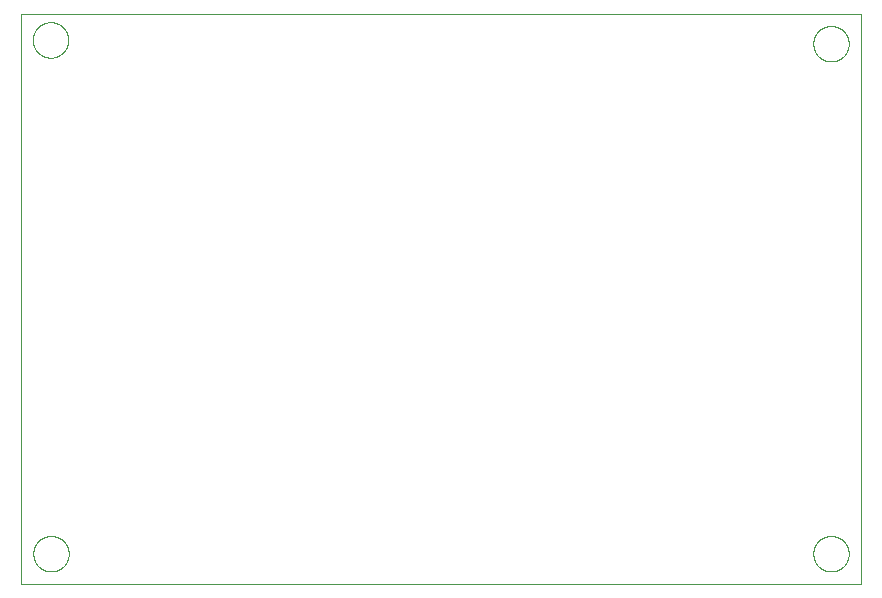
<source format=gbo>
G75*
%MOIN*%
%OFA0B0*%
%FSLAX25Y25*%
%IPPOS*%
%LPD*%
%AMOC8*
5,1,8,0,0,1.08239X$1,22.5*
%
%ADD10C,0.00000*%
D10*
X0001000Y0023933D02*
X0001000Y0213933D01*
X0281000Y0213933D01*
X0281000Y0023933D01*
X0001000Y0023933D01*
X0005094Y0033933D02*
X0005096Y0034086D01*
X0005102Y0034240D01*
X0005112Y0034393D01*
X0005126Y0034545D01*
X0005144Y0034698D01*
X0005166Y0034849D01*
X0005191Y0035000D01*
X0005221Y0035151D01*
X0005255Y0035301D01*
X0005292Y0035449D01*
X0005333Y0035597D01*
X0005378Y0035743D01*
X0005427Y0035889D01*
X0005480Y0036033D01*
X0005536Y0036175D01*
X0005596Y0036316D01*
X0005660Y0036456D01*
X0005727Y0036594D01*
X0005798Y0036730D01*
X0005873Y0036864D01*
X0005950Y0036996D01*
X0006032Y0037126D01*
X0006116Y0037254D01*
X0006204Y0037380D01*
X0006295Y0037503D01*
X0006389Y0037624D01*
X0006487Y0037742D01*
X0006587Y0037858D01*
X0006691Y0037971D01*
X0006797Y0038082D01*
X0006906Y0038190D01*
X0007018Y0038295D01*
X0007132Y0038396D01*
X0007250Y0038495D01*
X0007369Y0038591D01*
X0007491Y0038684D01*
X0007616Y0038773D01*
X0007743Y0038860D01*
X0007872Y0038942D01*
X0008003Y0039022D01*
X0008136Y0039098D01*
X0008271Y0039171D01*
X0008408Y0039240D01*
X0008547Y0039305D01*
X0008687Y0039367D01*
X0008829Y0039425D01*
X0008972Y0039480D01*
X0009117Y0039531D01*
X0009263Y0039578D01*
X0009410Y0039621D01*
X0009558Y0039660D01*
X0009707Y0039696D01*
X0009857Y0039727D01*
X0010008Y0039755D01*
X0010159Y0039779D01*
X0010312Y0039799D01*
X0010464Y0039815D01*
X0010617Y0039827D01*
X0010770Y0039835D01*
X0010923Y0039839D01*
X0011077Y0039839D01*
X0011230Y0039835D01*
X0011383Y0039827D01*
X0011536Y0039815D01*
X0011688Y0039799D01*
X0011841Y0039779D01*
X0011992Y0039755D01*
X0012143Y0039727D01*
X0012293Y0039696D01*
X0012442Y0039660D01*
X0012590Y0039621D01*
X0012737Y0039578D01*
X0012883Y0039531D01*
X0013028Y0039480D01*
X0013171Y0039425D01*
X0013313Y0039367D01*
X0013453Y0039305D01*
X0013592Y0039240D01*
X0013729Y0039171D01*
X0013864Y0039098D01*
X0013997Y0039022D01*
X0014128Y0038942D01*
X0014257Y0038860D01*
X0014384Y0038773D01*
X0014509Y0038684D01*
X0014631Y0038591D01*
X0014750Y0038495D01*
X0014868Y0038396D01*
X0014982Y0038295D01*
X0015094Y0038190D01*
X0015203Y0038082D01*
X0015309Y0037971D01*
X0015413Y0037858D01*
X0015513Y0037742D01*
X0015611Y0037624D01*
X0015705Y0037503D01*
X0015796Y0037380D01*
X0015884Y0037254D01*
X0015968Y0037126D01*
X0016050Y0036996D01*
X0016127Y0036864D01*
X0016202Y0036730D01*
X0016273Y0036594D01*
X0016340Y0036456D01*
X0016404Y0036316D01*
X0016464Y0036175D01*
X0016520Y0036033D01*
X0016573Y0035889D01*
X0016622Y0035743D01*
X0016667Y0035597D01*
X0016708Y0035449D01*
X0016745Y0035301D01*
X0016779Y0035151D01*
X0016809Y0035000D01*
X0016834Y0034849D01*
X0016856Y0034698D01*
X0016874Y0034545D01*
X0016888Y0034393D01*
X0016898Y0034240D01*
X0016904Y0034086D01*
X0016906Y0033933D01*
X0016904Y0033780D01*
X0016898Y0033626D01*
X0016888Y0033473D01*
X0016874Y0033321D01*
X0016856Y0033168D01*
X0016834Y0033017D01*
X0016809Y0032866D01*
X0016779Y0032715D01*
X0016745Y0032565D01*
X0016708Y0032417D01*
X0016667Y0032269D01*
X0016622Y0032123D01*
X0016573Y0031977D01*
X0016520Y0031833D01*
X0016464Y0031691D01*
X0016404Y0031550D01*
X0016340Y0031410D01*
X0016273Y0031272D01*
X0016202Y0031136D01*
X0016127Y0031002D01*
X0016050Y0030870D01*
X0015968Y0030740D01*
X0015884Y0030612D01*
X0015796Y0030486D01*
X0015705Y0030363D01*
X0015611Y0030242D01*
X0015513Y0030124D01*
X0015413Y0030008D01*
X0015309Y0029895D01*
X0015203Y0029784D01*
X0015094Y0029676D01*
X0014982Y0029571D01*
X0014868Y0029470D01*
X0014750Y0029371D01*
X0014631Y0029275D01*
X0014509Y0029182D01*
X0014384Y0029093D01*
X0014257Y0029006D01*
X0014128Y0028924D01*
X0013997Y0028844D01*
X0013864Y0028768D01*
X0013729Y0028695D01*
X0013592Y0028626D01*
X0013453Y0028561D01*
X0013313Y0028499D01*
X0013171Y0028441D01*
X0013028Y0028386D01*
X0012883Y0028335D01*
X0012737Y0028288D01*
X0012590Y0028245D01*
X0012442Y0028206D01*
X0012293Y0028170D01*
X0012143Y0028139D01*
X0011992Y0028111D01*
X0011841Y0028087D01*
X0011688Y0028067D01*
X0011536Y0028051D01*
X0011383Y0028039D01*
X0011230Y0028031D01*
X0011077Y0028027D01*
X0010923Y0028027D01*
X0010770Y0028031D01*
X0010617Y0028039D01*
X0010464Y0028051D01*
X0010312Y0028067D01*
X0010159Y0028087D01*
X0010008Y0028111D01*
X0009857Y0028139D01*
X0009707Y0028170D01*
X0009558Y0028206D01*
X0009410Y0028245D01*
X0009263Y0028288D01*
X0009117Y0028335D01*
X0008972Y0028386D01*
X0008829Y0028441D01*
X0008687Y0028499D01*
X0008547Y0028561D01*
X0008408Y0028626D01*
X0008271Y0028695D01*
X0008136Y0028768D01*
X0008003Y0028844D01*
X0007872Y0028924D01*
X0007743Y0029006D01*
X0007616Y0029093D01*
X0007491Y0029182D01*
X0007369Y0029275D01*
X0007250Y0029371D01*
X0007132Y0029470D01*
X0007018Y0029571D01*
X0006906Y0029676D01*
X0006797Y0029784D01*
X0006691Y0029895D01*
X0006587Y0030008D01*
X0006487Y0030124D01*
X0006389Y0030242D01*
X0006295Y0030363D01*
X0006204Y0030486D01*
X0006116Y0030612D01*
X0006032Y0030740D01*
X0005950Y0030870D01*
X0005873Y0031002D01*
X0005798Y0031136D01*
X0005727Y0031272D01*
X0005660Y0031410D01*
X0005596Y0031550D01*
X0005536Y0031691D01*
X0005480Y0031833D01*
X0005427Y0031977D01*
X0005378Y0032123D01*
X0005333Y0032269D01*
X0005292Y0032417D01*
X0005255Y0032565D01*
X0005221Y0032715D01*
X0005191Y0032866D01*
X0005166Y0033017D01*
X0005144Y0033168D01*
X0005126Y0033321D01*
X0005112Y0033473D01*
X0005102Y0033626D01*
X0005096Y0033780D01*
X0005094Y0033933D01*
X0265094Y0033933D02*
X0265096Y0034086D01*
X0265102Y0034240D01*
X0265112Y0034393D01*
X0265126Y0034545D01*
X0265144Y0034698D01*
X0265166Y0034849D01*
X0265191Y0035000D01*
X0265221Y0035151D01*
X0265255Y0035301D01*
X0265292Y0035449D01*
X0265333Y0035597D01*
X0265378Y0035743D01*
X0265427Y0035889D01*
X0265480Y0036033D01*
X0265536Y0036175D01*
X0265596Y0036316D01*
X0265660Y0036456D01*
X0265727Y0036594D01*
X0265798Y0036730D01*
X0265873Y0036864D01*
X0265950Y0036996D01*
X0266032Y0037126D01*
X0266116Y0037254D01*
X0266204Y0037380D01*
X0266295Y0037503D01*
X0266389Y0037624D01*
X0266487Y0037742D01*
X0266587Y0037858D01*
X0266691Y0037971D01*
X0266797Y0038082D01*
X0266906Y0038190D01*
X0267018Y0038295D01*
X0267132Y0038396D01*
X0267250Y0038495D01*
X0267369Y0038591D01*
X0267491Y0038684D01*
X0267616Y0038773D01*
X0267743Y0038860D01*
X0267872Y0038942D01*
X0268003Y0039022D01*
X0268136Y0039098D01*
X0268271Y0039171D01*
X0268408Y0039240D01*
X0268547Y0039305D01*
X0268687Y0039367D01*
X0268829Y0039425D01*
X0268972Y0039480D01*
X0269117Y0039531D01*
X0269263Y0039578D01*
X0269410Y0039621D01*
X0269558Y0039660D01*
X0269707Y0039696D01*
X0269857Y0039727D01*
X0270008Y0039755D01*
X0270159Y0039779D01*
X0270312Y0039799D01*
X0270464Y0039815D01*
X0270617Y0039827D01*
X0270770Y0039835D01*
X0270923Y0039839D01*
X0271077Y0039839D01*
X0271230Y0039835D01*
X0271383Y0039827D01*
X0271536Y0039815D01*
X0271688Y0039799D01*
X0271841Y0039779D01*
X0271992Y0039755D01*
X0272143Y0039727D01*
X0272293Y0039696D01*
X0272442Y0039660D01*
X0272590Y0039621D01*
X0272737Y0039578D01*
X0272883Y0039531D01*
X0273028Y0039480D01*
X0273171Y0039425D01*
X0273313Y0039367D01*
X0273453Y0039305D01*
X0273592Y0039240D01*
X0273729Y0039171D01*
X0273864Y0039098D01*
X0273997Y0039022D01*
X0274128Y0038942D01*
X0274257Y0038860D01*
X0274384Y0038773D01*
X0274509Y0038684D01*
X0274631Y0038591D01*
X0274750Y0038495D01*
X0274868Y0038396D01*
X0274982Y0038295D01*
X0275094Y0038190D01*
X0275203Y0038082D01*
X0275309Y0037971D01*
X0275413Y0037858D01*
X0275513Y0037742D01*
X0275611Y0037624D01*
X0275705Y0037503D01*
X0275796Y0037380D01*
X0275884Y0037254D01*
X0275968Y0037126D01*
X0276050Y0036996D01*
X0276127Y0036864D01*
X0276202Y0036730D01*
X0276273Y0036594D01*
X0276340Y0036456D01*
X0276404Y0036316D01*
X0276464Y0036175D01*
X0276520Y0036033D01*
X0276573Y0035889D01*
X0276622Y0035743D01*
X0276667Y0035597D01*
X0276708Y0035449D01*
X0276745Y0035301D01*
X0276779Y0035151D01*
X0276809Y0035000D01*
X0276834Y0034849D01*
X0276856Y0034698D01*
X0276874Y0034545D01*
X0276888Y0034393D01*
X0276898Y0034240D01*
X0276904Y0034086D01*
X0276906Y0033933D01*
X0276904Y0033780D01*
X0276898Y0033626D01*
X0276888Y0033473D01*
X0276874Y0033321D01*
X0276856Y0033168D01*
X0276834Y0033017D01*
X0276809Y0032866D01*
X0276779Y0032715D01*
X0276745Y0032565D01*
X0276708Y0032417D01*
X0276667Y0032269D01*
X0276622Y0032123D01*
X0276573Y0031977D01*
X0276520Y0031833D01*
X0276464Y0031691D01*
X0276404Y0031550D01*
X0276340Y0031410D01*
X0276273Y0031272D01*
X0276202Y0031136D01*
X0276127Y0031002D01*
X0276050Y0030870D01*
X0275968Y0030740D01*
X0275884Y0030612D01*
X0275796Y0030486D01*
X0275705Y0030363D01*
X0275611Y0030242D01*
X0275513Y0030124D01*
X0275413Y0030008D01*
X0275309Y0029895D01*
X0275203Y0029784D01*
X0275094Y0029676D01*
X0274982Y0029571D01*
X0274868Y0029470D01*
X0274750Y0029371D01*
X0274631Y0029275D01*
X0274509Y0029182D01*
X0274384Y0029093D01*
X0274257Y0029006D01*
X0274128Y0028924D01*
X0273997Y0028844D01*
X0273864Y0028768D01*
X0273729Y0028695D01*
X0273592Y0028626D01*
X0273453Y0028561D01*
X0273313Y0028499D01*
X0273171Y0028441D01*
X0273028Y0028386D01*
X0272883Y0028335D01*
X0272737Y0028288D01*
X0272590Y0028245D01*
X0272442Y0028206D01*
X0272293Y0028170D01*
X0272143Y0028139D01*
X0271992Y0028111D01*
X0271841Y0028087D01*
X0271688Y0028067D01*
X0271536Y0028051D01*
X0271383Y0028039D01*
X0271230Y0028031D01*
X0271077Y0028027D01*
X0270923Y0028027D01*
X0270770Y0028031D01*
X0270617Y0028039D01*
X0270464Y0028051D01*
X0270312Y0028067D01*
X0270159Y0028087D01*
X0270008Y0028111D01*
X0269857Y0028139D01*
X0269707Y0028170D01*
X0269558Y0028206D01*
X0269410Y0028245D01*
X0269263Y0028288D01*
X0269117Y0028335D01*
X0268972Y0028386D01*
X0268829Y0028441D01*
X0268687Y0028499D01*
X0268547Y0028561D01*
X0268408Y0028626D01*
X0268271Y0028695D01*
X0268136Y0028768D01*
X0268003Y0028844D01*
X0267872Y0028924D01*
X0267743Y0029006D01*
X0267616Y0029093D01*
X0267491Y0029182D01*
X0267369Y0029275D01*
X0267250Y0029371D01*
X0267132Y0029470D01*
X0267018Y0029571D01*
X0266906Y0029676D01*
X0266797Y0029784D01*
X0266691Y0029895D01*
X0266587Y0030008D01*
X0266487Y0030124D01*
X0266389Y0030242D01*
X0266295Y0030363D01*
X0266204Y0030486D01*
X0266116Y0030612D01*
X0266032Y0030740D01*
X0265950Y0030870D01*
X0265873Y0031002D01*
X0265798Y0031136D01*
X0265727Y0031272D01*
X0265660Y0031410D01*
X0265596Y0031550D01*
X0265536Y0031691D01*
X0265480Y0031833D01*
X0265427Y0031977D01*
X0265378Y0032123D01*
X0265333Y0032269D01*
X0265292Y0032417D01*
X0265255Y0032565D01*
X0265221Y0032715D01*
X0265191Y0032866D01*
X0265166Y0033017D01*
X0265144Y0033168D01*
X0265126Y0033321D01*
X0265112Y0033473D01*
X0265102Y0033626D01*
X0265096Y0033780D01*
X0265094Y0033933D01*
X0265094Y0203933D02*
X0265096Y0204086D01*
X0265102Y0204240D01*
X0265112Y0204393D01*
X0265126Y0204545D01*
X0265144Y0204698D01*
X0265166Y0204849D01*
X0265191Y0205000D01*
X0265221Y0205151D01*
X0265255Y0205301D01*
X0265292Y0205449D01*
X0265333Y0205597D01*
X0265378Y0205743D01*
X0265427Y0205889D01*
X0265480Y0206033D01*
X0265536Y0206175D01*
X0265596Y0206316D01*
X0265660Y0206456D01*
X0265727Y0206594D01*
X0265798Y0206730D01*
X0265873Y0206864D01*
X0265950Y0206996D01*
X0266032Y0207126D01*
X0266116Y0207254D01*
X0266204Y0207380D01*
X0266295Y0207503D01*
X0266389Y0207624D01*
X0266487Y0207742D01*
X0266587Y0207858D01*
X0266691Y0207971D01*
X0266797Y0208082D01*
X0266906Y0208190D01*
X0267018Y0208295D01*
X0267132Y0208396D01*
X0267250Y0208495D01*
X0267369Y0208591D01*
X0267491Y0208684D01*
X0267616Y0208773D01*
X0267743Y0208860D01*
X0267872Y0208942D01*
X0268003Y0209022D01*
X0268136Y0209098D01*
X0268271Y0209171D01*
X0268408Y0209240D01*
X0268547Y0209305D01*
X0268687Y0209367D01*
X0268829Y0209425D01*
X0268972Y0209480D01*
X0269117Y0209531D01*
X0269263Y0209578D01*
X0269410Y0209621D01*
X0269558Y0209660D01*
X0269707Y0209696D01*
X0269857Y0209727D01*
X0270008Y0209755D01*
X0270159Y0209779D01*
X0270312Y0209799D01*
X0270464Y0209815D01*
X0270617Y0209827D01*
X0270770Y0209835D01*
X0270923Y0209839D01*
X0271077Y0209839D01*
X0271230Y0209835D01*
X0271383Y0209827D01*
X0271536Y0209815D01*
X0271688Y0209799D01*
X0271841Y0209779D01*
X0271992Y0209755D01*
X0272143Y0209727D01*
X0272293Y0209696D01*
X0272442Y0209660D01*
X0272590Y0209621D01*
X0272737Y0209578D01*
X0272883Y0209531D01*
X0273028Y0209480D01*
X0273171Y0209425D01*
X0273313Y0209367D01*
X0273453Y0209305D01*
X0273592Y0209240D01*
X0273729Y0209171D01*
X0273864Y0209098D01*
X0273997Y0209022D01*
X0274128Y0208942D01*
X0274257Y0208860D01*
X0274384Y0208773D01*
X0274509Y0208684D01*
X0274631Y0208591D01*
X0274750Y0208495D01*
X0274868Y0208396D01*
X0274982Y0208295D01*
X0275094Y0208190D01*
X0275203Y0208082D01*
X0275309Y0207971D01*
X0275413Y0207858D01*
X0275513Y0207742D01*
X0275611Y0207624D01*
X0275705Y0207503D01*
X0275796Y0207380D01*
X0275884Y0207254D01*
X0275968Y0207126D01*
X0276050Y0206996D01*
X0276127Y0206864D01*
X0276202Y0206730D01*
X0276273Y0206594D01*
X0276340Y0206456D01*
X0276404Y0206316D01*
X0276464Y0206175D01*
X0276520Y0206033D01*
X0276573Y0205889D01*
X0276622Y0205743D01*
X0276667Y0205597D01*
X0276708Y0205449D01*
X0276745Y0205301D01*
X0276779Y0205151D01*
X0276809Y0205000D01*
X0276834Y0204849D01*
X0276856Y0204698D01*
X0276874Y0204545D01*
X0276888Y0204393D01*
X0276898Y0204240D01*
X0276904Y0204086D01*
X0276906Y0203933D01*
X0276904Y0203780D01*
X0276898Y0203626D01*
X0276888Y0203473D01*
X0276874Y0203321D01*
X0276856Y0203168D01*
X0276834Y0203017D01*
X0276809Y0202866D01*
X0276779Y0202715D01*
X0276745Y0202565D01*
X0276708Y0202417D01*
X0276667Y0202269D01*
X0276622Y0202123D01*
X0276573Y0201977D01*
X0276520Y0201833D01*
X0276464Y0201691D01*
X0276404Y0201550D01*
X0276340Y0201410D01*
X0276273Y0201272D01*
X0276202Y0201136D01*
X0276127Y0201002D01*
X0276050Y0200870D01*
X0275968Y0200740D01*
X0275884Y0200612D01*
X0275796Y0200486D01*
X0275705Y0200363D01*
X0275611Y0200242D01*
X0275513Y0200124D01*
X0275413Y0200008D01*
X0275309Y0199895D01*
X0275203Y0199784D01*
X0275094Y0199676D01*
X0274982Y0199571D01*
X0274868Y0199470D01*
X0274750Y0199371D01*
X0274631Y0199275D01*
X0274509Y0199182D01*
X0274384Y0199093D01*
X0274257Y0199006D01*
X0274128Y0198924D01*
X0273997Y0198844D01*
X0273864Y0198768D01*
X0273729Y0198695D01*
X0273592Y0198626D01*
X0273453Y0198561D01*
X0273313Y0198499D01*
X0273171Y0198441D01*
X0273028Y0198386D01*
X0272883Y0198335D01*
X0272737Y0198288D01*
X0272590Y0198245D01*
X0272442Y0198206D01*
X0272293Y0198170D01*
X0272143Y0198139D01*
X0271992Y0198111D01*
X0271841Y0198087D01*
X0271688Y0198067D01*
X0271536Y0198051D01*
X0271383Y0198039D01*
X0271230Y0198031D01*
X0271077Y0198027D01*
X0270923Y0198027D01*
X0270770Y0198031D01*
X0270617Y0198039D01*
X0270464Y0198051D01*
X0270312Y0198067D01*
X0270159Y0198087D01*
X0270008Y0198111D01*
X0269857Y0198139D01*
X0269707Y0198170D01*
X0269558Y0198206D01*
X0269410Y0198245D01*
X0269263Y0198288D01*
X0269117Y0198335D01*
X0268972Y0198386D01*
X0268829Y0198441D01*
X0268687Y0198499D01*
X0268547Y0198561D01*
X0268408Y0198626D01*
X0268271Y0198695D01*
X0268136Y0198768D01*
X0268003Y0198844D01*
X0267872Y0198924D01*
X0267743Y0199006D01*
X0267616Y0199093D01*
X0267491Y0199182D01*
X0267369Y0199275D01*
X0267250Y0199371D01*
X0267132Y0199470D01*
X0267018Y0199571D01*
X0266906Y0199676D01*
X0266797Y0199784D01*
X0266691Y0199895D01*
X0266587Y0200008D01*
X0266487Y0200124D01*
X0266389Y0200242D01*
X0266295Y0200363D01*
X0266204Y0200486D01*
X0266116Y0200612D01*
X0266032Y0200740D01*
X0265950Y0200870D01*
X0265873Y0201002D01*
X0265798Y0201136D01*
X0265727Y0201272D01*
X0265660Y0201410D01*
X0265596Y0201550D01*
X0265536Y0201691D01*
X0265480Y0201833D01*
X0265427Y0201977D01*
X0265378Y0202123D01*
X0265333Y0202269D01*
X0265292Y0202417D01*
X0265255Y0202565D01*
X0265221Y0202715D01*
X0265191Y0202866D01*
X0265166Y0203017D01*
X0265144Y0203168D01*
X0265126Y0203321D01*
X0265112Y0203473D01*
X0265102Y0203626D01*
X0265096Y0203780D01*
X0265094Y0203933D01*
X0004937Y0205193D02*
X0004939Y0205346D01*
X0004945Y0205500D01*
X0004955Y0205653D01*
X0004969Y0205805D01*
X0004987Y0205958D01*
X0005009Y0206109D01*
X0005034Y0206260D01*
X0005064Y0206411D01*
X0005098Y0206561D01*
X0005135Y0206709D01*
X0005176Y0206857D01*
X0005221Y0207003D01*
X0005270Y0207149D01*
X0005323Y0207293D01*
X0005379Y0207435D01*
X0005439Y0207576D01*
X0005503Y0207716D01*
X0005570Y0207854D01*
X0005641Y0207990D01*
X0005716Y0208124D01*
X0005793Y0208256D01*
X0005875Y0208386D01*
X0005959Y0208514D01*
X0006047Y0208640D01*
X0006138Y0208763D01*
X0006232Y0208884D01*
X0006330Y0209002D01*
X0006430Y0209118D01*
X0006534Y0209231D01*
X0006640Y0209342D01*
X0006749Y0209450D01*
X0006861Y0209555D01*
X0006975Y0209656D01*
X0007093Y0209755D01*
X0007212Y0209851D01*
X0007334Y0209944D01*
X0007459Y0210033D01*
X0007586Y0210120D01*
X0007715Y0210202D01*
X0007846Y0210282D01*
X0007979Y0210358D01*
X0008114Y0210431D01*
X0008251Y0210500D01*
X0008390Y0210565D01*
X0008530Y0210627D01*
X0008672Y0210685D01*
X0008815Y0210740D01*
X0008960Y0210791D01*
X0009106Y0210838D01*
X0009253Y0210881D01*
X0009401Y0210920D01*
X0009550Y0210956D01*
X0009700Y0210987D01*
X0009851Y0211015D01*
X0010002Y0211039D01*
X0010155Y0211059D01*
X0010307Y0211075D01*
X0010460Y0211087D01*
X0010613Y0211095D01*
X0010766Y0211099D01*
X0010920Y0211099D01*
X0011073Y0211095D01*
X0011226Y0211087D01*
X0011379Y0211075D01*
X0011531Y0211059D01*
X0011684Y0211039D01*
X0011835Y0211015D01*
X0011986Y0210987D01*
X0012136Y0210956D01*
X0012285Y0210920D01*
X0012433Y0210881D01*
X0012580Y0210838D01*
X0012726Y0210791D01*
X0012871Y0210740D01*
X0013014Y0210685D01*
X0013156Y0210627D01*
X0013296Y0210565D01*
X0013435Y0210500D01*
X0013572Y0210431D01*
X0013707Y0210358D01*
X0013840Y0210282D01*
X0013971Y0210202D01*
X0014100Y0210120D01*
X0014227Y0210033D01*
X0014352Y0209944D01*
X0014474Y0209851D01*
X0014593Y0209755D01*
X0014711Y0209656D01*
X0014825Y0209555D01*
X0014937Y0209450D01*
X0015046Y0209342D01*
X0015152Y0209231D01*
X0015256Y0209118D01*
X0015356Y0209002D01*
X0015454Y0208884D01*
X0015548Y0208763D01*
X0015639Y0208640D01*
X0015727Y0208514D01*
X0015811Y0208386D01*
X0015893Y0208256D01*
X0015970Y0208124D01*
X0016045Y0207990D01*
X0016116Y0207854D01*
X0016183Y0207716D01*
X0016247Y0207576D01*
X0016307Y0207435D01*
X0016363Y0207293D01*
X0016416Y0207149D01*
X0016465Y0207003D01*
X0016510Y0206857D01*
X0016551Y0206709D01*
X0016588Y0206561D01*
X0016622Y0206411D01*
X0016652Y0206260D01*
X0016677Y0206109D01*
X0016699Y0205958D01*
X0016717Y0205805D01*
X0016731Y0205653D01*
X0016741Y0205500D01*
X0016747Y0205346D01*
X0016749Y0205193D01*
X0016747Y0205040D01*
X0016741Y0204886D01*
X0016731Y0204733D01*
X0016717Y0204581D01*
X0016699Y0204428D01*
X0016677Y0204277D01*
X0016652Y0204126D01*
X0016622Y0203975D01*
X0016588Y0203825D01*
X0016551Y0203677D01*
X0016510Y0203529D01*
X0016465Y0203383D01*
X0016416Y0203237D01*
X0016363Y0203093D01*
X0016307Y0202951D01*
X0016247Y0202810D01*
X0016183Y0202670D01*
X0016116Y0202532D01*
X0016045Y0202396D01*
X0015970Y0202262D01*
X0015893Y0202130D01*
X0015811Y0202000D01*
X0015727Y0201872D01*
X0015639Y0201746D01*
X0015548Y0201623D01*
X0015454Y0201502D01*
X0015356Y0201384D01*
X0015256Y0201268D01*
X0015152Y0201155D01*
X0015046Y0201044D01*
X0014937Y0200936D01*
X0014825Y0200831D01*
X0014711Y0200730D01*
X0014593Y0200631D01*
X0014474Y0200535D01*
X0014352Y0200442D01*
X0014227Y0200353D01*
X0014100Y0200266D01*
X0013971Y0200184D01*
X0013840Y0200104D01*
X0013707Y0200028D01*
X0013572Y0199955D01*
X0013435Y0199886D01*
X0013296Y0199821D01*
X0013156Y0199759D01*
X0013014Y0199701D01*
X0012871Y0199646D01*
X0012726Y0199595D01*
X0012580Y0199548D01*
X0012433Y0199505D01*
X0012285Y0199466D01*
X0012136Y0199430D01*
X0011986Y0199399D01*
X0011835Y0199371D01*
X0011684Y0199347D01*
X0011531Y0199327D01*
X0011379Y0199311D01*
X0011226Y0199299D01*
X0011073Y0199291D01*
X0010920Y0199287D01*
X0010766Y0199287D01*
X0010613Y0199291D01*
X0010460Y0199299D01*
X0010307Y0199311D01*
X0010155Y0199327D01*
X0010002Y0199347D01*
X0009851Y0199371D01*
X0009700Y0199399D01*
X0009550Y0199430D01*
X0009401Y0199466D01*
X0009253Y0199505D01*
X0009106Y0199548D01*
X0008960Y0199595D01*
X0008815Y0199646D01*
X0008672Y0199701D01*
X0008530Y0199759D01*
X0008390Y0199821D01*
X0008251Y0199886D01*
X0008114Y0199955D01*
X0007979Y0200028D01*
X0007846Y0200104D01*
X0007715Y0200184D01*
X0007586Y0200266D01*
X0007459Y0200353D01*
X0007334Y0200442D01*
X0007212Y0200535D01*
X0007093Y0200631D01*
X0006975Y0200730D01*
X0006861Y0200831D01*
X0006749Y0200936D01*
X0006640Y0201044D01*
X0006534Y0201155D01*
X0006430Y0201268D01*
X0006330Y0201384D01*
X0006232Y0201502D01*
X0006138Y0201623D01*
X0006047Y0201746D01*
X0005959Y0201872D01*
X0005875Y0202000D01*
X0005793Y0202130D01*
X0005716Y0202262D01*
X0005641Y0202396D01*
X0005570Y0202532D01*
X0005503Y0202670D01*
X0005439Y0202810D01*
X0005379Y0202951D01*
X0005323Y0203093D01*
X0005270Y0203237D01*
X0005221Y0203383D01*
X0005176Y0203529D01*
X0005135Y0203677D01*
X0005098Y0203825D01*
X0005064Y0203975D01*
X0005034Y0204126D01*
X0005009Y0204277D01*
X0004987Y0204428D01*
X0004969Y0204581D01*
X0004955Y0204733D01*
X0004945Y0204886D01*
X0004939Y0205040D01*
X0004937Y0205193D01*
M02*

</source>
